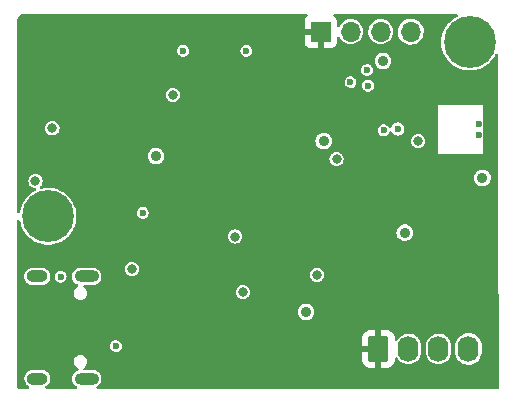
<source format=gbr>
%TF.GenerationSoftware,KiCad,Pcbnew,(6.0.1)*%
%TF.CreationDate,2023-03-02T19:10:53-05:00*%
%TF.ProjectId,PCBFiles_Gateway,50434246-696c-4657-935f-476174657761,rev?*%
%TF.SameCoordinates,Original*%
%TF.FileFunction,Copper,L3,Inr*%
%TF.FilePolarity,Positive*%
%FSLAX46Y46*%
G04 Gerber Fmt 4.6, Leading zero omitted, Abs format (unit mm)*
G04 Created by KiCad (PCBNEW (6.0.1)) date 2023-03-02 19:10:53*
%MOMM*%
%LPD*%
G01*
G04 APERTURE LIST*
G04 Aperture macros list*
%AMRoundRect*
0 Rectangle with rounded corners*
0 $1 Rounding radius*
0 $2 $3 $4 $5 $6 $7 $8 $9 X,Y pos of 4 corners*
0 Add a 4 corners polygon primitive as box body*
4,1,4,$2,$3,$4,$5,$6,$7,$8,$9,$2,$3,0*
0 Add four circle primitives for the rounded corners*
1,1,$1+$1,$2,$3*
1,1,$1+$1,$4,$5*
1,1,$1+$1,$6,$7*
1,1,$1+$1,$8,$9*
0 Add four rect primitives between the rounded corners*
20,1,$1+$1,$2,$3,$4,$5,0*
20,1,$1+$1,$4,$5,$6,$7,0*
20,1,$1+$1,$6,$7,$8,$9,0*
20,1,$1+$1,$8,$9,$2,$3,0*%
G04 Aperture macros list end*
%TA.AperFunction,ComponentPad*%
%ADD10C,4.400000*%
%TD*%
%TA.AperFunction,ComponentPad*%
%ADD11R,1.700000X1.700000*%
%TD*%
%TA.AperFunction,ComponentPad*%
%ADD12O,1.700000X1.700000*%
%TD*%
%TA.AperFunction,ComponentPad*%
%ADD13RoundRect,0.250000X-0.620000X-0.845000X0.620000X-0.845000X0.620000X0.845000X-0.620000X0.845000X0*%
%TD*%
%TA.AperFunction,ComponentPad*%
%ADD14O,1.740000X2.190000*%
%TD*%
%TA.AperFunction,ComponentPad*%
%ADD15O,2.100000X1.000000*%
%TD*%
%TA.AperFunction,ComponentPad*%
%ADD16O,1.800000X1.000000*%
%TD*%
%TA.AperFunction,ViaPad*%
%ADD17C,0.600000*%
%TD*%
%TA.AperFunction,ViaPad*%
%ADD18C,0.800000*%
%TD*%
%TA.AperFunction,ViaPad*%
%ADD19C,0.900000*%
%TD*%
G04 APERTURE END LIST*
D10*
%TO.N,N/C*%
%TO.C,H2*%
X129350000Y-98910000D03*
%TD*%
D11*
%TO.N,GND*%
%TO.C,J4*%
X152440000Y-83270000D03*
D12*
%TO.N,I2C_SDA*%
X154980000Y-83270000D03*
%TO.N,I2C_SCL*%
X157520000Y-83270000D03*
%TO.N,+3V3*%
X160060000Y-83270000D03*
%TD*%
D10*
%TO.N,N/C*%
%TO.C,H1*%
X165050000Y-84160000D03*
%TD*%
D13*
%TO.N,GND*%
%TO.C,J3*%
X157330000Y-110130000D03*
D14*
%TO.N,UART_CONN_RX*%
X159870000Y-110130000D03*
%TO.N,UART_CONN_TX*%
X162410000Y-110130000D03*
%TO.N,+3V3*%
X164950000Y-110130000D03*
%TD*%
D15*
%TO.N,unconnected-(J1-PadS1)*%
%TO.C,J1*%
X132620000Y-112640000D03*
D16*
X128440000Y-104000000D03*
X128440000Y-112640000D03*
D15*
X132620000Y-104000000D03*
%TD*%
D17*
%TO.N,GND*%
X161780000Y-98480000D03*
X167110000Y-106700000D03*
X136920000Y-87210000D03*
X142210000Y-86880000D03*
X167020000Y-86910000D03*
D18*
X146460000Y-112860000D03*
D17*
X160570000Y-91530000D03*
D18*
X143950000Y-112890000D03*
D17*
X160380000Y-98940000D03*
X164820000Y-98540000D03*
X140040000Y-97550000D03*
X167080000Y-103150000D03*
X145240000Y-95520000D03*
X145340000Y-87020000D03*
X167070000Y-97960000D03*
X165850000Y-92040000D03*
D18*
X143200000Y-105190000D03*
D17*
X167050000Y-88100000D03*
D18*
X158720000Y-103420000D03*
D17*
X141250000Y-99790000D03*
D18*
X150420000Y-111840000D03*
X149030000Y-112830000D03*
D17*
X166060000Y-97920000D03*
X167090000Y-100060000D03*
X144050000Y-88690000D03*
X163290000Y-99000000D03*
X134570000Y-111570000D03*
X164930000Y-94740000D03*
X153640000Y-91230000D03*
X167060000Y-91540000D03*
X167050000Y-90450000D03*
X165840000Y-91080000D03*
X136920000Y-89230000D03*
X163820000Y-94740000D03*
X132540000Y-102250000D03*
X143080000Y-90350000D03*
X141670000Y-88680000D03*
X149510000Y-82710000D03*
X167070000Y-101140000D03*
X158590000Y-106600000D03*
D18*
X142530000Y-111880000D03*
D17*
X167080000Y-93830000D03*
X156340000Y-94100000D03*
X136760000Y-92710000D03*
X157750000Y-95190000D03*
X156340000Y-95260000D03*
X143580000Y-97490000D03*
X167150000Y-111520000D03*
D18*
X144570000Y-103910000D03*
D17*
X167080000Y-102110000D03*
X127790000Y-102250000D03*
X164240000Y-101580000D03*
D18*
X154570000Y-100700000D03*
D17*
X137150000Y-101244500D03*
X134630000Y-105070000D03*
X162760000Y-86310000D03*
X167100000Y-109100000D03*
X157710000Y-96370000D03*
X167030000Y-89340000D03*
D18*
X148940000Y-104440000D03*
D17*
X157760000Y-94120000D03*
X139850000Y-101740000D03*
X154700000Y-90170000D03*
X158140000Y-90800000D03*
X167120000Y-110350000D03*
X167090000Y-92710000D03*
X132530000Y-83270000D03*
X167070000Y-107960000D03*
D18*
X137860000Y-106970000D03*
D17*
X167090000Y-104270000D03*
D18*
X164450000Y-105120000D03*
D17*
X130850000Y-96544500D03*
X167070000Y-94940000D03*
X158900000Y-86680000D03*
X141740000Y-95210000D03*
X165630000Y-88090000D03*
X167110000Y-105380000D03*
X144730000Y-99600000D03*
D18*
X154190000Y-112170000D03*
D17*
X167090000Y-98960000D03*
X167140000Y-112720000D03*
X156300000Y-96380000D03*
D19*
%TO.N,+3V3*%
X138490000Y-93820000D03*
X166130000Y-95670000D03*
X151190000Y-107000000D03*
X152690000Y-92530000D03*
X157720000Y-85770000D03*
D17*
X158970000Y-91520000D03*
D19*
X159550000Y-100290000D03*
D17*
%TO.N,Net-(C12-Pad1)*%
X156360000Y-86520000D03*
X146150000Y-84900000D03*
%TO.N,BUTT_1*%
X156450000Y-87850000D03*
X140790000Y-84900000D03*
D18*
%TO.N,Net-(D2-Pad1)*%
X136440000Y-103370000D03*
X128290000Y-95920000D03*
%TO.N,GP_LED*%
X129720000Y-91460000D03*
D17*
X154960000Y-87540000D03*
%TO.N,Net-(J1-PadB5)*%
X135090000Y-109890000D03*
X130410000Y-104020000D03*
D18*
%TO.N,DIO0_RFM9X*%
X160700000Y-92550000D03*
X139920000Y-88630000D03*
D17*
%TO.N,DIO1_RFM9X*%
X137370000Y-98620000D03*
X157760000Y-91620000D03*
D18*
%TO.N,DIO2_RFM9X*%
X153780000Y-94080000D03*
X145200000Y-100620000D03*
%TO.N,+5V*%
X145850000Y-105340000D03*
X152120000Y-103860000D03*
%TD*%
%TA.AperFunction,Conductor*%
%TO.N,GND*%
G36*
X151313414Y-81780002D02*
G01*
X151359907Y-81833658D01*
X151370011Y-81903932D01*
X151340517Y-81968512D01*
X151320858Y-81986827D01*
X151234272Y-82051719D01*
X151221715Y-82064276D01*
X151145214Y-82166351D01*
X151136676Y-82181946D01*
X151091522Y-82302394D01*
X151087895Y-82317649D01*
X151082369Y-82368514D01*
X151082000Y-82375328D01*
X151082000Y-82997885D01*
X151086475Y-83013124D01*
X151087865Y-83014329D01*
X151095548Y-83016000D01*
X152568000Y-83016000D01*
X152636121Y-83036002D01*
X152682614Y-83089658D01*
X152694000Y-83142000D01*
X152694000Y-84609884D01*
X152698475Y-84625123D01*
X152699865Y-84626328D01*
X152707548Y-84627999D01*
X153334669Y-84627999D01*
X153341490Y-84627629D01*
X153392352Y-84622105D01*
X153407604Y-84618479D01*
X153528054Y-84573324D01*
X153543649Y-84564786D01*
X153645724Y-84488285D01*
X153658285Y-84475724D01*
X153734786Y-84373649D01*
X153743324Y-84358054D01*
X153788478Y-84237606D01*
X153792105Y-84222351D01*
X153797631Y-84171486D01*
X153798000Y-84164672D01*
X153798000Y-83789192D01*
X153818002Y-83721071D01*
X153871658Y-83674578D01*
X153941932Y-83664474D01*
X154006512Y-83693968D01*
X154036067Y-83731598D01*
X154085263Y-83827323D01*
X154092712Y-83841818D01*
X154220677Y-84003270D01*
X154225370Y-84007264D01*
X154225371Y-84007265D01*
X154363569Y-84124880D01*
X154377564Y-84136791D01*
X154382942Y-84139797D01*
X154382944Y-84139798D01*
X154426308Y-84164033D01*
X154557398Y-84237297D01*
X154652238Y-84268113D01*
X154747471Y-84299056D01*
X154747475Y-84299057D01*
X154753329Y-84300959D01*
X154957894Y-84325351D01*
X154964029Y-84324879D01*
X154964031Y-84324879D01*
X155020039Y-84320569D01*
X155163300Y-84309546D01*
X155169230Y-84307890D01*
X155169232Y-84307890D01*
X155355797Y-84255800D01*
X155355796Y-84255800D01*
X155361725Y-84254145D01*
X155367214Y-84251372D01*
X155367220Y-84251370D01*
X155540116Y-84164033D01*
X155545610Y-84161258D01*
X155707951Y-84034424D01*
X155842564Y-83878472D01*
X155863387Y-83841818D01*
X155941276Y-83704707D01*
X155944323Y-83699344D01*
X156009351Y-83503863D01*
X156035171Y-83299474D01*
X156035390Y-83283806D01*
X156035534Y-83273522D01*
X156035534Y-83273518D01*
X156035583Y-83270000D01*
X156034138Y-83255262D01*
X156464520Y-83255262D01*
X156465036Y-83261406D01*
X156480747Y-83448496D01*
X156481759Y-83460553D01*
X156483458Y-83466478D01*
X156534412Y-83644175D01*
X156538544Y-83658586D01*
X156541359Y-83664063D01*
X156541360Y-83664066D01*
X156629897Y-83836341D01*
X156632712Y-83841818D01*
X156760677Y-84003270D01*
X156765370Y-84007264D01*
X156765371Y-84007265D01*
X156903569Y-84124880D01*
X156917564Y-84136791D01*
X156922942Y-84139797D01*
X156922944Y-84139798D01*
X156966308Y-84164033D01*
X157097398Y-84237297D01*
X157192238Y-84268113D01*
X157287471Y-84299056D01*
X157287475Y-84299057D01*
X157293329Y-84300959D01*
X157497894Y-84325351D01*
X157504029Y-84324879D01*
X157504031Y-84324879D01*
X157560039Y-84320569D01*
X157703300Y-84309546D01*
X157709230Y-84307890D01*
X157709232Y-84307890D01*
X157895797Y-84255800D01*
X157895796Y-84255800D01*
X157901725Y-84254145D01*
X157907214Y-84251372D01*
X157907220Y-84251370D01*
X158080116Y-84164033D01*
X158085610Y-84161258D01*
X158247951Y-84034424D01*
X158382564Y-83878472D01*
X158403387Y-83841818D01*
X158481276Y-83704707D01*
X158484323Y-83699344D01*
X158549351Y-83503863D01*
X158575171Y-83299474D01*
X158575390Y-83283806D01*
X158575534Y-83273522D01*
X158575534Y-83273518D01*
X158575583Y-83270000D01*
X158572746Y-83241069D01*
X158955164Y-83241069D01*
X158968392Y-83442894D01*
X159018178Y-83638928D01*
X159102856Y-83822607D01*
X159219588Y-83987780D01*
X159364466Y-84128913D01*
X159532637Y-84241282D01*
X159537940Y-84243560D01*
X159537943Y-84243562D01*
X159713163Y-84318842D01*
X159718470Y-84321122D01*
X159915740Y-84365760D01*
X159921509Y-84365987D01*
X159921512Y-84365987D01*
X159997683Y-84368979D01*
X160117842Y-84373700D01*
X160225753Y-84358054D01*
X160312286Y-84345508D01*
X160312291Y-84345507D01*
X160318007Y-84344678D01*
X160323479Y-84342820D01*
X160323481Y-84342820D01*
X160504067Y-84281519D01*
X160504069Y-84281518D01*
X160509531Y-84279664D01*
X160686001Y-84180837D01*
X160697240Y-84171490D01*
X160837073Y-84055191D01*
X160841505Y-84051505D01*
X160970837Y-83896001D01*
X161069664Y-83719531D01*
X161078504Y-83693491D01*
X161132820Y-83533481D01*
X161132820Y-83533479D01*
X161134678Y-83528007D01*
X161135507Y-83522291D01*
X161135508Y-83522286D01*
X161163167Y-83331516D01*
X161163700Y-83327842D01*
X161165215Y-83270000D01*
X161146708Y-83068591D01*
X161091807Y-82873926D01*
X161002351Y-82692527D01*
X160984079Y-82668057D01*
X160884788Y-82535091D01*
X160884787Y-82535090D01*
X160881335Y-82530467D01*
X160872469Y-82522271D01*
X160737053Y-82397094D01*
X160737051Y-82397092D01*
X160732812Y-82393174D01*
X160704528Y-82375328D01*
X160566637Y-82288325D01*
X160561757Y-82285246D01*
X160373898Y-82210298D01*
X160175526Y-82170839D01*
X160169752Y-82170763D01*
X160169748Y-82170763D01*
X160067257Y-82169422D01*
X159973286Y-82168192D01*
X159967589Y-82169171D01*
X159967588Y-82169171D01*
X159779646Y-82201465D01*
X159779645Y-82201465D01*
X159773949Y-82202444D01*
X159584193Y-82272449D01*
X159579232Y-82275401D01*
X159579231Y-82275401D01*
X159422729Y-82368510D01*
X159410371Y-82375862D01*
X159258305Y-82509220D01*
X159133089Y-82668057D01*
X159038914Y-82847053D01*
X158978937Y-83040213D01*
X158955164Y-83241069D01*
X158572746Y-83241069D01*
X158555480Y-83064970D01*
X158495935Y-82867749D01*
X158399218Y-82685849D01*
X158325859Y-82595902D01*
X158272906Y-82530975D01*
X158272903Y-82530972D01*
X158269011Y-82526200D01*
X158251786Y-82511950D01*
X158115025Y-82398811D01*
X158115021Y-82398809D01*
X158110275Y-82394882D01*
X157929055Y-82296897D01*
X157732254Y-82235977D01*
X157726129Y-82235333D01*
X157726128Y-82235333D01*
X157533498Y-82215087D01*
X157533496Y-82215087D01*
X157527369Y-82214443D01*
X157440529Y-82222346D01*
X157328342Y-82232555D01*
X157328339Y-82232556D01*
X157322203Y-82233114D01*
X157124572Y-82291280D01*
X156942002Y-82386726D01*
X156937201Y-82390586D01*
X156937198Y-82390588D01*
X156787703Y-82510785D01*
X156781447Y-82515815D01*
X156649024Y-82673630D01*
X156646056Y-82679028D01*
X156646053Y-82679033D01*
X156607272Y-82749576D01*
X156549776Y-82854162D01*
X156487484Y-83050532D01*
X156486798Y-83056649D01*
X156486797Y-83056653D01*
X156470018Y-83206245D01*
X156464520Y-83255262D01*
X156034138Y-83255262D01*
X156015480Y-83064970D01*
X155955935Y-82867749D01*
X155859218Y-82685849D01*
X155785859Y-82595902D01*
X155732906Y-82530975D01*
X155732903Y-82530972D01*
X155729011Y-82526200D01*
X155711786Y-82511950D01*
X155575025Y-82398811D01*
X155575021Y-82398809D01*
X155570275Y-82394882D01*
X155389055Y-82296897D01*
X155192254Y-82235977D01*
X155186129Y-82235333D01*
X155186128Y-82235333D01*
X154993498Y-82215087D01*
X154993496Y-82215087D01*
X154987369Y-82214443D01*
X154900529Y-82222346D01*
X154788342Y-82232555D01*
X154788339Y-82232556D01*
X154782203Y-82233114D01*
X154584572Y-82291280D01*
X154402002Y-82386726D01*
X154397201Y-82390586D01*
X154397198Y-82390588D01*
X154247703Y-82510785D01*
X154241447Y-82515815D01*
X154109024Y-82673630D01*
X154106054Y-82679033D01*
X154106053Y-82679034D01*
X154034414Y-82809345D01*
X153984068Y-82859404D01*
X153914651Y-82874297D01*
X153848202Y-82849296D01*
X153805818Y-82792339D01*
X153797999Y-82748644D01*
X153797999Y-82375331D01*
X153797629Y-82368510D01*
X153792105Y-82317648D01*
X153788479Y-82302396D01*
X153743324Y-82181946D01*
X153734786Y-82166351D01*
X153658285Y-82064276D01*
X153645728Y-82051719D01*
X153559142Y-81986827D01*
X153516627Y-81929967D01*
X153511601Y-81859149D01*
X153545661Y-81796855D01*
X153607992Y-81762865D01*
X153634707Y-81760000D01*
X163942010Y-81760000D01*
X164010131Y-81780002D01*
X164056624Y-81833658D01*
X164066728Y-81903932D01*
X164037234Y-81968512D01*
X164002711Y-81996414D01*
X163790511Y-82113073D01*
X163761205Y-82129184D01*
X163758003Y-82131510D01*
X163758002Y-82131511D01*
X163522801Y-82302394D01*
X163516838Y-82306726D01*
X163296651Y-82513496D01*
X163172540Y-82663521D01*
X163144258Y-82697708D01*
X163104115Y-82746232D01*
X162942267Y-83001264D01*
X162940583Y-83004843D01*
X162940579Y-83004850D01*
X162817548Y-83266305D01*
X162813659Y-83274570D01*
X162812433Y-83278342D01*
X162812433Y-83278343D01*
X162805567Y-83299474D01*
X162720319Y-83561840D01*
X162663720Y-83858543D01*
X162644754Y-84160000D01*
X162663720Y-84461457D01*
X162720319Y-84758160D01*
X162813659Y-85045430D01*
X162815346Y-85049016D01*
X162815348Y-85049020D01*
X162940579Y-85315150D01*
X162940583Y-85315157D01*
X162942267Y-85318736D01*
X163104115Y-85573768D01*
X163106634Y-85576814D01*
X163106637Y-85576817D01*
X163127206Y-85601680D01*
X163296651Y-85806504D01*
X163516838Y-86013274D01*
X163520040Y-86015601D01*
X163520042Y-86015602D01*
X163758002Y-86188489D01*
X163761205Y-86190816D01*
X163764674Y-86192723D01*
X163764677Y-86192725D01*
X164022427Y-86334425D01*
X164025896Y-86336332D01*
X164029565Y-86337785D01*
X164029570Y-86337787D01*
X164252604Y-86426092D01*
X164306738Y-86447525D01*
X164599302Y-86522642D01*
X164898973Y-86560500D01*
X165201027Y-86560500D01*
X165500698Y-86522642D01*
X165793262Y-86447525D01*
X165847396Y-86426092D01*
X166070430Y-86337787D01*
X166070435Y-86337785D01*
X166074104Y-86336332D01*
X166077573Y-86334425D01*
X166335323Y-86192725D01*
X166335326Y-86192723D01*
X166338795Y-86190816D01*
X166341998Y-86188489D01*
X166579958Y-86015602D01*
X166579960Y-86015601D01*
X166583162Y-86013274D01*
X166803349Y-85806504D01*
X166972794Y-85601680D01*
X166993363Y-85576817D01*
X166993366Y-85576814D01*
X166995885Y-85573768D01*
X167157733Y-85318736D01*
X167159417Y-85315157D01*
X167159421Y-85315150D01*
X167222964Y-85180113D01*
X167270067Y-85126992D01*
X167338411Y-85107769D01*
X167406299Y-85128548D01*
X167452176Y-85182731D01*
X167462972Y-85233631D01*
X167469954Y-91984536D01*
X167469958Y-91988738D01*
X167468406Y-92008581D01*
X167466565Y-92020202D01*
X167466565Y-92020208D01*
X167465014Y-92030000D01*
X167466320Y-92038245D01*
X167466566Y-92041371D01*
X167466566Y-92041972D01*
X167466707Y-92043169D01*
X167482960Y-92249685D01*
X167484116Y-92254500D01*
X167487227Y-92267459D01*
X167490708Y-92296880D01*
X167490648Y-93228461D01*
X167490638Y-93230063D01*
X167490000Y-93280000D01*
X167490000Y-93330000D01*
X167486207Y-94513305D01*
X167480000Y-96449908D01*
X167480000Y-97480000D01*
X167521064Y-113373676D01*
X167501239Y-113441847D01*
X167447703Y-113488478D01*
X167395065Y-113500000D01*
X133559080Y-113500000D01*
X133490959Y-113479998D01*
X133444466Y-113426342D01*
X133434362Y-113356068D01*
X133463856Y-113291488D01*
X133496885Y-113265359D01*
X133496923Y-113265345D01*
X133503184Y-113261042D01*
X133630392Y-113173614D01*
X133630393Y-113173613D01*
X133636651Y-113169312D01*
X133646132Y-113158671D01*
X133744388Y-113048392D01*
X133744390Y-113048388D01*
X133749440Y-113042721D01*
X133756238Y-113029883D01*
X133825224Y-112899589D01*
X133828776Y-112892881D01*
X133870081Y-112728441D01*
X133870969Y-112558895D01*
X133831388Y-112394032D01*
X133753625Y-112243369D01*
X133748313Y-112237279D01*
X133647163Y-112121329D01*
X133642169Y-112115604D01*
X133583649Y-112074475D01*
X133509670Y-112022482D01*
X133509668Y-112022481D01*
X133503453Y-112018113D01*
X133345487Y-111956524D01*
X133337954Y-111955532D01*
X133337953Y-111955532D01*
X133220261Y-111940038D01*
X133220260Y-111940038D01*
X133216174Y-111939500D01*
X132455482Y-111939500D01*
X132387361Y-111919498D01*
X132340868Y-111865842D01*
X132330764Y-111795568D01*
X132360258Y-111730988D01*
X132381077Y-111713798D01*
X132380233Y-111712698D01*
X132493901Y-111625477D01*
X132500451Y-111620451D01*
X132592698Y-111500233D01*
X132650687Y-111360236D01*
X132654566Y-111330776D01*
X132669388Y-111218188D01*
X132670466Y-111210000D01*
X132650687Y-111059764D01*
X132635084Y-111022095D01*
X155952001Y-111022095D01*
X155952338Y-111028614D01*
X155962257Y-111124206D01*
X155965149Y-111137600D01*
X156016588Y-111291784D01*
X156022761Y-111304962D01*
X156108063Y-111442807D01*
X156117099Y-111454208D01*
X156231829Y-111568739D01*
X156243240Y-111577751D01*
X156381243Y-111662816D01*
X156394424Y-111668963D01*
X156548710Y-111720138D01*
X156562086Y-111723005D01*
X156656438Y-111732672D01*
X156662854Y-111733000D01*
X157057885Y-111733000D01*
X157073124Y-111728525D01*
X157074329Y-111727135D01*
X157076000Y-111719452D01*
X157076000Y-111714884D01*
X157584000Y-111714884D01*
X157588475Y-111730123D01*
X157589865Y-111731328D01*
X157597548Y-111732999D01*
X157997095Y-111732999D01*
X158003614Y-111732662D01*
X158099206Y-111722743D01*
X158112600Y-111719851D01*
X158266784Y-111668412D01*
X158279962Y-111662239D01*
X158417807Y-111576937D01*
X158429208Y-111567901D01*
X158543739Y-111453171D01*
X158552751Y-111441760D01*
X158637816Y-111303757D01*
X158643963Y-111290576D01*
X158695138Y-111136290D01*
X158698005Y-111122914D01*
X158707672Y-111028562D01*
X158708000Y-111022146D01*
X158708000Y-110955276D01*
X158728002Y-110887155D01*
X158781658Y-110840662D01*
X158851932Y-110830558D01*
X158916512Y-110860052D01*
X158945251Y-110896123D01*
X158974043Y-110950272D01*
X158979798Y-110957328D01*
X159102834Y-111108186D01*
X159102837Y-111108189D01*
X159106729Y-111112961D01*
X159111476Y-111116888D01*
X159111478Y-111116890D01*
X159263737Y-111242850D01*
X159263741Y-111242852D01*
X159268487Y-111246779D01*
X159453157Y-111346630D01*
X159653705Y-111408710D01*
X159659830Y-111409354D01*
X159659831Y-111409354D01*
X159856362Y-111430010D01*
X159856363Y-111430010D01*
X159862490Y-111430654D01*
X159950001Y-111422690D01*
X160065423Y-111412186D01*
X160065426Y-111412185D01*
X160071562Y-111411627D01*
X160077468Y-111409889D01*
X160077472Y-111409888D01*
X160267048Y-111354092D01*
X160267047Y-111354092D01*
X160272957Y-111352353D01*
X160459003Y-111255091D01*
X160622614Y-111123544D01*
X160757558Y-110962724D01*
X160760522Y-110957332D01*
X160760525Y-110957328D01*
X160855729Y-110784152D01*
X160858696Y-110778755D01*
X160922174Y-110578646D01*
X160923163Y-110569836D01*
X160940107Y-110418764D01*
X160940500Y-110415264D01*
X160940500Y-110407830D01*
X161339500Y-110407830D01*
X161354806Y-110563934D01*
X161415484Y-110764910D01*
X161418377Y-110770351D01*
X161431230Y-110794523D01*
X161514043Y-110950272D01*
X161519798Y-110957328D01*
X161642834Y-111108186D01*
X161642837Y-111108189D01*
X161646729Y-111112961D01*
X161651476Y-111116888D01*
X161651478Y-111116890D01*
X161803737Y-111242850D01*
X161803741Y-111242852D01*
X161808487Y-111246779D01*
X161993157Y-111346630D01*
X162193705Y-111408710D01*
X162199830Y-111409354D01*
X162199831Y-111409354D01*
X162396362Y-111430010D01*
X162396363Y-111430010D01*
X162402490Y-111430654D01*
X162490001Y-111422690D01*
X162605423Y-111412186D01*
X162605426Y-111412185D01*
X162611562Y-111411627D01*
X162617468Y-111409889D01*
X162617472Y-111409888D01*
X162807048Y-111354092D01*
X162807047Y-111354092D01*
X162812957Y-111352353D01*
X162999003Y-111255091D01*
X163162614Y-111123544D01*
X163297558Y-110962724D01*
X163300522Y-110957332D01*
X163300525Y-110957328D01*
X163395729Y-110784152D01*
X163398696Y-110778755D01*
X163462174Y-110578646D01*
X163463163Y-110569836D01*
X163480107Y-110418764D01*
X163480500Y-110415264D01*
X163480500Y-110408423D01*
X163829500Y-110408423D01*
X163844710Y-110567845D01*
X163904899Y-110773011D01*
X163934538Y-110830558D01*
X163999829Y-110957328D01*
X164002798Y-110963093D01*
X164006502Y-110967808D01*
X164131168Y-111126517D01*
X164131172Y-111126522D01*
X164134874Y-111131234D01*
X164139404Y-111135165D01*
X164139405Y-111135166D01*
X164142210Y-111137600D01*
X164296362Y-111271366D01*
X164481436Y-111378433D01*
X164487105Y-111380402D01*
X164487108Y-111380403D01*
X164563377Y-111406888D01*
X164683416Y-111448573D01*
X164689354Y-111449434D01*
X164889075Y-111478392D01*
X164889078Y-111478392D01*
X164895015Y-111479253D01*
X165108598Y-111469368D01*
X165114422Y-111467964D01*
X165114425Y-111467964D01*
X165310633Y-111420677D01*
X165310632Y-111420677D01*
X165316459Y-111419273D01*
X165333276Y-111411627D01*
X165446303Y-111360236D01*
X165511096Y-111330776D01*
X165515979Y-111327313D01*
X165515983Y-111327310D01*
X165680602Y-111210537D01*
X165680603Y-111210536D01*
X165685488Y-111207071D01*
X165833342Y-111052621D01*
X165853020Y-111022146D01*
X165946065Y-110878043D01*
X165949322Y-110872999D01*
X166029245Y-110674687D01*
X166070225Y-110464839D01*
X166070500Y-110459216D01*
X166070500Y-109851577D01*
X166055290Y-109692155D01*
X165995101Y-109486989D01*
X165933018Y-109366448D01*
X165899948Y-109302238D01*
X165899946Y-109302235D01*
X165897202Y-109296907D01*
X165855603Y-109243949D01*
X165768832Y-109133483D01*
X165768828Y-109133478D01*
X165765126Y-109128766D01*
X165759300Y-109123710D01*
X165682718Y-109057256D01*
X165603638Y-108988634D01*
X165418564Y-108881567D01*
X165412895Y-108879598D01*
X165412892Y-108879597D01*
X165270039Y-108829990D01*
X165216584Y-108811427D01*
X165177720Y-108805792D01*
X165010925Y-108781608D01*
X165010922Y-108781608D01*
X165004985Y-108780747D01*
X164791402Y-108790632D01*
X164785578Y-108792036D01*
X164785575Y-108792036D01*
X164681191Y-108817193D01*
X164583541Y-108840727D01*
X164578086Y-108843207D01*
X164578084Y-108843208D01*
X164560309Y-108851290D01*
X164388904Y-108929224D01*
X164384021Y-108932687D01*
X164384017Y-108932690D01*
X164276763Y-109008771D01*
X164214512Y-109052929D01*
X164066658Y-109207379D01*
X164063404Y-109212418D01*
X164063402Y-109212421D01*
X164005128Y-109302672D01*
X163950678Y-109387001D01*
X163870755Y-109585313D01*
X163829775Y-109795161D01*
X163829500Y-109800784D01*
X163829500Y-110408423D01*
X163480500Y-110408423D01*
X163480500Y-109852170D01*
X163465194Y-109696066D01*
X163404516Y-109495090D01*
X163397376Y-109481662D01*
X163308853Y-109315174D01*
X163308851Y-109315172D01*
X163305957Y-109309728D01*
X163242063Y-109231386D01*
X163177166Y-109151814D01*
X163177163Y-109151811D01*
X163173271Y-109147039D01*
X163161240Y-109137086D01*
X163016263Y-109017150D01*
X163016259Y-109017148D01*
X163011513Y-109013221D01*
X162826843Y-108913370D01*
X162626295Y-108851290D01*
X162620170Y-108850646D01*
X162620169Y-108850646D01*
X162423638Y-108829990D01*
X162423637Y-108829990D01*
X162417510Y-108829346D01*
X162329999Y-108837310D01*
X162214577Y-108847814D01*
X162214574Y-108847815D01*
X162208438Y-108848373D01*
X162202532Y-108850111D01*
X162202528Y-108850112D01*
X162102348Y-108879597D01*
X162007043Y-108907647D01*
X161820997Y-109004909D01*
X161657386Y-109136456D01*
X161522442Y-109297276D01*
X161519478Y-109302668D01*
X161519475Y-109302672D01*
X161424271Y-109475848D01*
X161421304Y-109481245D01*
X161357826Y-109681354D01*
X161357140Y-109687471D01*
X161357139Y-109687475D01*
X161351005Y-109742163D01*
X161339500Y-109844736D01*
X161339500Y-110407830D01*
X160940500Y-110407830D01*
X160940500Y-109852170D01*
X160925194Y-109696066D01*
X160864516Y-109495090D01*
X160857376Y-109481662D01*
X160768853Y-109315174D01*
X160768851Y-109315172D01*
X160765957Y-109309728D01*
X160702063Y-109231386D01*
X160637166Y-109151814D01*
X160637163Y-109151811D01*
X160633271Y-109147039D01*
X160621240Y-109137086D01*
X160476263Y-109017150D01*
X160476259Y-109017148D01*
X160471513Y-109013221D01*
X160286843Y-108913370D01*
X160086295Y-108851290D01*
X160080170Y-108850646D01*
X160080169Y-108850646D01*
X159883638Y-108829990D01*
X159883637Y-108829990D01*
X159877510Y-108829346D01*
X159789999Y-108837310D01*
X159674577Y-108847814D01*
X159674574Y-108847815D01*
X159668438Y-108848373D01*
X159662532Y-108850111D01*
X159662528Y-108850112D01*
X159562348Y-108879597D01*
X159467043Y-108907647D01*
X159280997Y-109004909D01*
X159117386Y-109136456D01*
X158982442Y-109297276D01*
X158979476Y-109302672D01*
X158979470Y-109302680D01*
X158944413Y-109366448D01*
X158894068Y-109416507D01*
X158824651Y-109431400D01*
X158758202Y-109406399D01*
X158715818Y-109349442D01*
X158707999Y-109305747D01*
X158707999Y-109237905D01*
X158707662Y-109231386D01*
X158697743Y-109135794D01*
X158694851Y-109122400D01*
X158643412Y-108968216D01*
X158637239Y-108955038D01*
X158551937Y-108817193D01*
X158542901Y-108805792D01*
X158428171Y-108691261D01*
X158416760Y-108682249D01*
X158278757Y-108597184D01*
X158265576Y-108591037D01*
X158111290Y-108539862D01*
X158097914Y-108536995D01*
X158003562Y-108527328D01*
X157997145Y-108527000D01*
X157602115Y-108527000D01*
X157586876Y-108531475D01*
X157585671Y-108532865D01*
X157584000Y-108540548D01*
X157584000Y-111714884D01*
X157076000Y-111714884D01*
X157076000Y-110402115D01*
X157071525Y-110386876D01*
X157070135Y-110385671D01*
X157062452Y-110384000D01*
X155970116Y-110384000D01*
X155954877Y-110388475D01*
X155953672Y-110389865D01*
X155952001Y-110397548D01*
X155952001Y-111022095D01*
X132635084Y-111022095D01*
X132592698Y-110919767D01*
X132500451Y-110799549D01*
X132380233Y-110707302D01*
X132240236Y-110649313D01*
X132127720Y-110634500D01*
X132052280Y-110634500D01*
X131939764Y-110649313D01*
X131799767Y-110707302D01*
X131679549Y-110799549D01*
X131587302Y-110919767D01*
X131529313Y-111059764D01*
X131509534Y-111210000D01*
X131510612Y-111218188D01*
X131525435Y-111330776D01*
X131529313Y-111360236D01*
X131587302Y-111500233D01*
X131679549Y-111620451D01*
X131799767Y-111712698D01*
X131859928Y-111737617D01*
X131915207Y-111782166D01*
X131937628Y-111849529D01*
X131920069Y-111918321D01*
X131868107Y-111966699D01*
X131856245Y-111971892D01*
X131743077Y-112014655D01*
X131603349Y-112110688D01*
X131598297Y-112116358D01*
X131598296Y-112116359D01*
X131495612Y-112231608D01*
X131495610Y-112231612D01*
X131490560Y-112237279D01*
X131487008Y-112243988D01*
X131487007Y-112243989D01*
X131454746Y-112304920D01*
X131411224Y-112387119D01*
X131369919Y-112551559D01*
X131369031Y-112721105D01*
X131408612Y-112885968D01*
X131486375Y-113036631D01*
X131491367Y-113042353D01*
X131491368Y-113042355D01*
X131553808Y-113113931D01*
X131597831Y-113164396D01*
X131736547Y-113261887D01*
X131741246Y-113263719D01*
X131791054Y-113312773D01*
X131806674Y-113382030D01*
X131782371Y-113448737D01*
X131725862Y-113491716D01*
X131680930Y-113500000D01*
X129229080Y-113500000D01*
X129160959Y-113479998D01*
X129114466Y-113426342D01*
X129104362Y-113356068D01*
X129133856Y-113291488D01*
X129166885Y-113265359D01*
X129166923Y-113265345D01*
X129173184Y-113261042D01*
X129300392Y-113173614D01*
X129300393Y-113173613D01*
X129306651Y-113169312D01*
X129316132Y-113158671D01*
X129414388Y-113048392D01*
X129414390Y-113048388D01*
X129419440Y-113042721D01*
X129426238Y-113029883D01*
X129495224Y-112899589D01*
X129498776Y-112892881D01*
X129540081Y-112728441D01*
X129540969Y-112558895D01*
X129501388Y-112394032D01*
X129423625Y-112243369D01*
X129418313Y-112237279D01*
X129317163Y-112121329D01*
X129312169Y-112115604D01*
X129253649Y-112074475D01*
X129179670Y-112022482D01*
X129179668Y-112022481D01*
X129173453Y-112018113D01*
X129015487Y-111956524D01*
X129007954Y-111955532D01*
X129007953Y-111955532D01*
X128890261Y-111940038D01*
X128890260Y-111940038D01*
X128886174Y-111939500D01*
X127997484Y-111939500D01*
X127871680Y-111954724D01*
X127713077Y-112014655D01*
X127573349Y-112110688D01*
X127568297Y-112116358D01*
X127568296Y-112116359D01*
X127465612Y-112231608D01*
X127465610Y-112231612D01*
X127460560Y-112237279D01*
X127457008Y-112243988D01*
X127457007Y-112243989D01*
X127424746Y-112304920D01*
X127381224Y-112387119D01*
X127339919Y-112551559D01*
X127339031Y-112721105D01*
X127378612Y-112885968D01*
X127456375Y-113036631D01*
X127461367Y-113042353D01*
X127461368Y-113042355D01*
X127523808Y-113113931D01*
X127567831Y-113164396D01*
X127706547Y-113261887D01*
X127711246Y-113263719D01*
X127761054Y-113312773D01*
X127776674Y-113382030D01*
X127752371Y-113448737D01*
X127695862Y-113491716D01*
X127650930Y-113500000D01*
X126851035Y-113500000D01*
X126782914Y-113479998D01*
X126736421Y-113426342D01*
X126725035Y-113373992D01*
X126725037Y-113356068D01*
X126725269Y-109883823D01*
X134584391Y-109883823D01*
X134585555Y-109892725D01*
X134585555Y-109892728D01*
X134586814Y-109902354D01*
X134602980Y-110025979D01*
X134660720Y-110157203D01*
X134666497Y-110164076D01*
X134666498Y-110164077D01*
X134673792Y-110172754D01*
X134752970Y-110266948D01*
X134872313Y-110346390D01*
X135009157Y-110389142D01*
X135018129Y-110389306D01*
X135018132Y-110389307D01*
X135083463Y-110390504D01*
X135152499Y-110391770D01*
X135161533Y-110389307D01*
X135282158Y-110356421D01*
X135282160Y-110356420D01*
X135290817Y-110354060D01*
X135412991Y-110279045D01*
X135509200Y-110172754D01*
X135571710Y-110043733D01*
X135595496Y-109902354D01*
X135595647Y-109890000D01*
X135591048Y-109857885D01*
X155952000Y-109857885D01*
X155956475Y-109873124D01*
X155957865Y-109874329D01*
X155965548Y-109876000D01*
X157057885Y-109876000D01*
X157073124Y-109871525D01*
X157074329Y-109870135D01*
X157076000Y-109862452D01*
X157076000Y-108545116D01*
X157071525Y-108529877D01*
X157070135Y-108528672D01*
X157062452Y-108527001D01*
X156662905Y-108527001D01*
X156656386Y-108527338D01*
X156560794Y-108537257D01*
X156547400Y-108540149D01*
X156393216Y-108591588D01*
X156380038Y-108597761D01*
X156242193Y-108683063D01*
X156230792Y-108692099D01*
X156116261Y-108806829D01*
X156107249Y-108818240D01*
X156022184Y-108956243D01*
X156016037Y-108969424D01*
X155964862Y-109123710D01*
X155961995Y-109137086D01*
X155952328Y-109231438D01*
X155952000Y-109237855D01*
X155952000Y-109857885D01*
X135591048Y-109857885D01*
X135583093Y-109802336D01*
X135576596Y-109756968D01*
X135576595Y-109756965D01*
X135575323Y-109748082D01*
X135515984Y-109617572D01*
X135483394Y-109579750D01*
X135428260Y-109515763D01*
X135428257Y-109515760D01*
X135422400Y-109508963D01*
X135302095Y-109430985D01*
X135164739Y-109389907D01*
X135155763Y-109389852D01*
X135155762Y-109389852D01*
X135095555Y-109389484D01*
X135021376Y-109389031D01*
X134883529Y-109428428D01*
X134762280Y-109504930D01*
X134667377Y-109612388D01*
X134606447Y-109742163D01*
X134605066Y-109751035D01*
X134586057Y-109873124D01*
X134584391Y-109883823D01*
X126725269Y-109883823D01*
X126725462Y-106992611D01*
X150484394Y-106992611D01*
X150502999Y-107161135D01*
X150561266Y-107320356D01*
X150565502Y-107326659D01*
X150565502Y-107326660D01*
X150578574Y-107346113D01*
X150655830Y-107461083D01*
X150661442Y-107466190D01*
X150661445Y-107466193D01*
X150775612Y-107570077D01*
X150775616Y-107570080D01*
X150781233Y-107575191D01*
X150787906Y-107578814D01*
X150787910Y-107578817D01*
X150923558Y-107652467D01*
X150923560Y-107652468D01*
X150930235Y-107656092D01*
X150937584Y-107658020D01*
X151086883Y-107697188D01*
X151086885Y-107697188D01*
X151094233Y-107699116D01*
X151180609Y-107700473D01*
X151256161Y-107701660D01*
X151256164Y-107701660D01*
X151263760Y-107701779D01*
X151271165Y-107700083D01*
X151271166Y-107700083D01*
X151331586Y-107686245D01*
X151429029Y-107663928D01*
X151580498Y-107587747D01*
X151709423Y-107477634D01*
X151808361Y-107339947D01*
X151816237Y-107320356D01*
X151868766Y-107189687D01*
X151868767Y-107189685D01*
X151871601Y-107182634D01*
X151895490Y-107014778D01*
X151895645Y-107000000D01*
X151893840Y-106985080D01*
X151876188Y-106839220D01*
X151875276Y-106831680D01*
X151815345Y-106673077D01*
X151719312Y-106533349D01*
X151707514Y-106522837D01*
X151598392Y-106425612D01*
X151598388Y-106425610D01*
X151592721Y-106420560D01*
X151442881Y-106341224D01*
X151278441Y-106299919D01*
X151270843Y-106299879D01*
X151270841Y-106299879D01*
X151193668Y-106299475D01*
X151108895Y-106299031D01*
X151101508Y-106300805D01*
X151101504Y-106300805D01*
X150958162Y-106335220D01*
X150944032Y-106338612D01*
X150937288Y-106342093D01*
X150937285Y-106342094D01*
X150932089Y-106344776D01*
X150793369Y-106416375D01*
X150665604Y-106527831D01*
X150568113Y-106666547D01*
X150506524Y-106824513D01*
X150484394Y-106992611D01*
X126725462Y-106992611D01*
X126725593Y-105026099D01*
X126725656Y-104081105D01*
X127339031Y-104081105D01*
X127340805Y-104088492D01*
X127340805Y-104088496D01*
X127375220Y-104231838D01*
X127378612Y-104245968D01*
X127382093Y-104252712D01*
X127382094Y-104252715D01*
X127407921Y-104302754D01*
X127456375Y-104396631D01*
X127461367Y-104402353D01*
X127461368Y-104402355D01*
X127515671Y-104464604D01*
X127567831Y-104524396D01*
X127574045Y-104528763D01*
X127700330Y-104617518D01*
X127700332Y-104617519D01*
X127706547Y-104621887D01*
X127864513Y-104683476D01*
X127872046Y-104684468D01*
X127872047Y-104684468D01*
X127989739Y-104699962D01*
X127993826Y-104700500D01*
X128882516Y-104700500D01*
X129008320Y-104685276D01*
X129166923Y-104625345D01*
X129306651Y-104529312D01*
X129316132Y-104518671D01*
X129414388Y-104408392D01*
X129414390Y-104408388D01*
X129419440Y-104402721D01*
X129426138Y-104390072D01*
X129476964Y-104294077D01*
X129498776Y-104252881D01*
X129540081Y-104088441D01*
X129540417Y-104024391D01*
X129540472Y-104013823D01*
X129904391Y-104013823D01*
X129905555Y-104022725D01*
X129905555Y-104022728D01*
X129906814Y-104032354D01*
X129922980Y-104155979D01*
X129926597Y-104164199D01*
X129968570Y-104259589D01*
X129980720Y-104287203D01*
X129986497Y-104294076D01*
X129986498Y-104294077D01*
X129993792Y-104302754D01*
X130072970Y-104396948D01*
X130192313Y-104476390D01*
X130329157Y-104519142D01*
X130338129Y-104519306D01*
X130338132Y-104519307D01*
X130403463Y-104520504D01*
X130472499Y-104521770D01*
X130481533Y-104519307D01*
X130602158Y-104486421D01*
X130602160Y-104486420D01*
X130610817Y-104484060D01*
X130732991Y-104409045D01*
X130739047Y-104402355D01*
X130823178Y-104309407D01*
X130829200Y-104302754D01*
X130891710Y-104173733D01*
X130907294Y-104081105D01*
X131369031Y-104081105D01*
X131370805Y-104088492D01*
X131370805Y-104088496D01*
X131405220Y-104231838D01*
X131408612Y-104245968D01*
X131412093Y-104252712D01*
X131412094Y-104252715D01*
X131437921Y-104302754D01*
X131486375Y-104396631D01*
X131491367Y-104402353D01*
X131491368Y-104402355D01*
X131545671Y-104464604D01*
X131597831Y-104524396D01*
X131604045Y-104528763D01*
X131730330Y-104617518D01*
X131730332Y-104617519D01*
X131736547Y-104621887D01*
X131743623Y-104624646D01*
X131743627Y-104624648D01*
X131856912Y-104668816D01*
X131913114Y-104712197D01*
X131936940Y-104779076D01*
X131920826Y-104848220D01*
X131869889Y-104897676D01*
X131859367Y-104902615D01*
X131799767Y-104927302D01*
X131679549Y-105019549D01*
X131587302Y-105139767D01*
X131529313Y-105279764D01*
X131509534Y-105430000D01*
X131529313Y-105580236D01*
X131587302Y-105720233D01*
X131679549Y-105840451D01*
X131799767Y-105932698D01*
X131939764Y-105990687D01*
X132052280Y-106005500D01*
X132127720Y-106005500D01*
X132240236Y-105990687D01*
X132380233Y-105932698D01*
X132500451Y-105840451D01*
X132592698Y-105720233D01*
X132650687Y-105580236D01*
X132670466Y-105430000D01*
X132658617Y-105340000D01*
X145244318Y-105340000D01*
X145264956Y-105496762D01*
X145325464Y-105642841D01*
X145421718Y-105768282D01*
X145547159Y-105864536D01*
X145693238Y-105925044D01*
X145850000Y-105945682D01*
X145858188Y-105944604D01*
X145998574Y-105926122D01*
X146006762Y-105925044D01*
X146152841Y-105864536D01*
X146278282Y-105768282D01*
X146374536Y-105642841D01*
X146435044Y-105496762D01*
X146455682Y-105340000D01*
X146435044Y-105183238D01*
X146374536Y-105037159D01*
X146278282Y-104911718D01*
X146152841Y-104815464D01*
X146006762Y-104754956D01*
X145958590Y-104748614D01*
X145858188Y-104735396D01*
X145850000Y-104734318D01*
X145841812Y-104735396D01*
X145741411Y-104748614D01*
X145693238Y-104754956D01*
X145547159Y-104815464D01*
X145421718Y-104911718D01*
X145325464Y-105037159D01*
X145264956Y-105183238D01*
X145244318Y-105340000D01*
X132658617Y-105340000D01*
X132650687Y-105279764D01*
X132592698Y-105139767D01*
X132500451Y-105019549D01*
X132380233Y-104927302D01*
X132382159Y-104924792D01*
X132343490Y-104884239D01*
X132330052Y-104814526D01*
X132356438Y-104748614D01*
X132414269Y-104707431D01*
X132455482Y-104700500D01*
X133212516Y-104700500D01*
X133338320Y-104685276D01*
X133496923Y-104625345D01*
X133636651Y-104529312D01*
X133646132Y-104518671D01*
X133744388Y-104408392D01*
X133744390Y-104408388D01*
X133749440Y-104402721D01*
X133756138Y-104390072D01*
X133806964Y-104294077D01*
X133828776Y-104252881D01*
X133870081Y-104088441D01*
X133870417Y-104024391D01*
X133870929Y-103926495D01*
X133870969Y-103918895D01*
X133865880Y-103897696D01*
X133833161Y-103761417D01*
X133831388Y-103754032D01*
X133824543Y-103740769D01*
X133757108Y-103610117D01*
X133757108Y-103610116D01*
X133753625Y-103603369D01*
X133748313Y-103597279D01*
X133647163Y-103481329D01*
X133642169Y-103475604D01*
X133572578Y-103426695D01*
X133509670Y-103382482D01*
X133509668Y-103382481D01*
X133503453Y-103378113D01*
X133482644Y-103370000D01*
X135834318Y-103370000D01*
X135854956Y-103526762D01*
X135915464Y-103672841D01*
X136011718Y-103798282D01*
X136137159Y-103894536D01*
X136283238Y-103955044D01*
X136440000Y-103975682D01*
X136448188Y-103974604D01*
X136588574Y-103956122D01*
X136596762Y-103955044D01*
X136742841Y-103894536D01*
X136787849Y-103860000D01*
X151514318Y-103860000D01*
X151534956Y-104016762D01*
X151595464Y-104162841D01*
X151691718Y-104288282D01*
X151817159Y-104384536D01*
X151963238Y-104445044D01*
X152120000Y-104465682D01*
X152128188Y-104464604D01*
X152268574Y-104446122D01*
X152276762Y-104445044D01*
X152422841Y-104384536D01*
X152548282Y-104288282D01*
X152644536Y-104162841D01*
X152705044Y-104016762D01*
X152725682Y-103860000D01*
X152705044Y-103703238D01*
X152644536Y-103557159D01*
X152548282Y-103431718D01*
X152422841Y-103335464D01*
X152276762Y-103274956D01*
X152120000Y-103254318D01*
X151963238Y-103274956D01*
X151817159Y-103335464D01*
X151691718Y-103431718D01*
X151595464Y-103557159D01*
X151534956Y-103703238D01*
X151514318Y-103860000D01*
X136787849Y-103860000D01*
X136868282Y-103798282D01*
X136964536Y-103672841D01*
X137025044Y-103526762D01*
X137045682Y-103370000D01*
X137025044Y-103213238D01*
X136964536Y-103067159D01*
X136868282Y-102941718D01*
X136742841Y-102845464D01*
X136596762Y-102784956D01*
X136440000Y-102764318D01*
X136283238Y-102784956D01*
X136137159Y-102845464D01*
X136011718Y-102941718D01*
X135915464Y-103067159D01*
X135854956Y-103213238D01*
X135834318Y-103370000D01*
X133482644Y-103370000D01*
X133345487Y-103316524D01*
X133337954Y-103315532D01*
X133337953Y-103315532D01*
X133220261Y-103300038D01*
X133220260Y-103300038D01*
X133216174Y-103299500D01*
X132027484Y-103299500D01*
X131901680Y-103314724D01*
X131743077Y-103374655D01*
X131603349Y-103470688D01*
X131598297Y-103476358D01*
X131598296Y-103476359D01*
X131495612Y-103591608D01*
X131495610Y-103591612D01*
X131490560Y-103597279D01*
X131487008Y-103603988D01*
X131487007Y-103603989D01*
X131467062Y-103641659D01*
X131411224Y-103747119D01*
X131369919Y-103911559D01*
X131369879Y-103919157D01*
X131369879Y-103919159D01*
X131369589Y-103974604D01*
X131369031Y-104081105D01*
X130907294Y-104081105D01*
X130915496Y-104032354D01*
X130915647Y-104020000D01*
X130901168Y-103918895D01*
X130896596Y-103886968D01*
X130896595Y-103886965D01*
X130895323Y-103878082D01*
X130890825Y-103868188D01*
X130856064Y-103791736D01*
X130835984Y-103747572D01*
X130817598Y-103726234D01*
X130748260Y-103645763D01*
X130748257Y-103645760D01*
X130742400Y-103638963D01*
X130622095Y-103560985D01*
X130484739Y-103519907D01*
X130475763Y-103519852D01*
X130475762Y-103519852D01*
X130415555Y-103519484D01*
X130341376Y-103519031D01*
X130203529Y-103558428D01*
X130082280Y-103634930D01*
X129987377Y-103742388D01*
X129926447Y-103872163D01*
X129904391Y-104013823D01*
X129540472Y-104013823D01*
X129540929Y-103926495D01*
X129540969Y-103918895D01*
X129535880Y-103897696D01*
X129503161Y-103761417D01*
X129501388Y-103754032D01*
X129494543Y-103740769D01*
X129427108Y-103610117D01*
X129427108Y-103610116D01*
X129423625Y-103603369D01*
X129418313Y-103597279D01*
X129317163Y-103481329D01*
X129312169Y-103475604D01*
X129242578Y-103426695D01*
X129179670Y-103382482D01*
X129179668Y-103382481D01*
X129173453Y-103378113D01*
X129015487Y-103316524D01*
X129007954Y-103315532D01*
X129007953Y-103315532D01*
X128890261Y-103300038D01*
X128890260Y-103300038D01*
X128886174Y-103299500D01*
X127997484Y-103299500D01*
X127871680Y-103314724D01*
X127713077Y-103374655D01*
X127573349Y-103470688D01*
X127568297Y-103476358D01*
X127568296Y-103476359D01*
X127465612Y-103591608D01*
X127465610Y-103591612D01*
X127460560Y-103597279D01*
X127457008Y-103603988D01*
X127457007Y-103603989D01*
X127437062Y-103641659D01*
X127381224Y-103747119D01*
X127339919Y-103911559D01*
X127339879Y-103919157D01*
X127339879Y-103919159D01*
X127339589Y-103974604D01*
X127339031Y-104081105D01*
X126725656Y-104081105D01*
X126725976Y-99298089D01*
X126745983Y-99229969D01*
X126799641Y-99183480D01*
X126869916Y-99173381D01*
X126934495Y-99202878D01*
X126972874Y-99262607D01*
X126975742Y-99274479D01*
X127020319Y-99508160D01*
X127021546Y-99511936D01*
X127086346Y-99711368D01*
X127113659Y-99795430D01*
X127115346Y-99799016D01*
X127115348Y-99799020D01*
X127240579Y-100065150D01*
X127240583Y-100065157D01*
X127242267Y-100068736D01*
X127404115Y-100323768D01*
X127596651Y-100556504D01*
X127816838Y-100763274D01*
X127820040Y-100765601D01*
X127820042Y-100765602D01*
X128036464Y-100922841D01*
X128061205Y-100940816D01*
X128064674Y-100942723D01*
X128064677Y-100942725D01*
X128265820Y-101053305D01*
X128325896Y-101086332D01*
X128329565Y-101087785D01*
X128329570Y-101087787D01*
X128480884Y-101147696D01*
X128606738Y-101197525D01*
X128899302Y-101272642D01*
X129198973Y-101310500D01*
X129501027Y-101310500D01*
X129800698Y-101272642D01*
X130093262Y-101197525D01*
X130219116Y-101147696D01*
X130370430Y-101087787D01*
X130370435Y-101087785D01*
X130374104Y-101086332D01*
X130434180Y-101053305D01*
X130635323Y-100942725D01*
X130635326Y-100942723D01*
X130638795Y-100940816D01*
X130663536Y-100922841D01*
X130879958Y-100765602D01*
X130879960Y-100765601D01*
X130883162Y-100763274D01*
X131035733Y-100620000D01*
X144594318Y-100620000D01*
X144614956Y-100776762D01*
X144675464Y-100922841D01*
X144771718Y-101048282D01*
X144897159Y-101144536D01*
X145043238Y-101205044D01*
X145200000Y-101225682D01*
X145208188Y-101224604D01*
X145348574Y-101206122D01*
X145356762Y-101205044D01*
X145502841Y-101144536D01*
X145628282Y-101048282D01*
X145724536Y-100922841D01*
X145785044Y-100776762D01*
X145805682Y-100620000D01*
X145785044Y-100463238D01*
X145724536Y-100317159D01*
X145698026Y-100282611D01*
X158844394Y-100282611D01*
X158862999Y-100451135D01*
X158921266Y-100610356D01*
X158925502Y-100616659D01*
X158925502Y-100616660D01*
X158938574Y-100636113D01*
X159015830Y-100751083D01*
X159021442Y-100756190D01*
X159021445Y-100756193D01*
X159135612Y-100860077D01*
X159135616Y-100860080D01*
X159141233Y-100865191D01*
X159147906Y-100868814D01*
X159147910Y-100868817D01*
X159283558Y-100942467D01*
X159283560Y-100942468D01*
X159290235Y-100946092D01*
X159297584Y-100948020D01*
X159446883Y-100987188D01*
X159446885Y-100987188D01*
X159454233Y-100989116D01*
X159540609Y-100990473D01*
X159616161Y-100991660D01*
X159616164Y-100991660D01*
X159623760Y-100991779D01*
X159631165Y-100990083D01*
X159631166Y-100990083D01*
X159691586Y-100976245D01*
X159789029Y-100953928D01*
X159940498Y-100877747D01*
X160069423Y-100767634D01*
X160168361Y-100629947D01*
X160176237Y-100610356D01*
X160228766Y-100479687D01*
X160228767Y-100479685D01*
X160231601Y-100472634D01*
X160238877Y-100421511D01*
X160254909Y-100308862D01*
X160254909Y-100308859D01*
X160255490Y-100304778D01*
X160255645Y-100290000D01*
X160253840Y-100275080D01*
X160244544Y-100198264D01*
X160235276Y-100121680D01*
X160175345Y-99963077D01*
X160079312Y-99823349D01*
X160043742Y-99791657D01*
X159958392Y-99715612D01*
X159958388Y-99715610D01*
X159952721Y-99710560D01*
X159802881Y-99631224D01*
X159638441Y-99589919D01*
X159630843Y-99589879D01*
X159630841Y-99589879D01*
X159553668Y-99589475D01*
X159468895Y-99589031D01*
X159461508Y-99590805D01*
X159461504Y-99590805D01*
X159318162Y-99625220D01*
X159304032Y-99628612D01*
X159297288Y-99632093D01*
X159297285Y-99632094D01*
X159292089Y-99634776D01*
X159153369Y-99706375D01*
X159025604Y-99817831D01*
X158928113Y-99956547D01*
X158866524Y-100114513D01*
X158844394Y-100282611D01*
X145698026Y-100282611D01*
X145628282Y-100191718D01*
X145502841Y-100095464D01*
X145356762Y-100034956D01*
X145200000Y-100014318D01*
X145043238Y-100034956D01*
X144897159Y-100095464D01*
X144771718Y-100191718D01*
X144675464Y-100317159D01*
X144614956Y-100463238D01*
X144594318Y-100620000D01*
X131035733Y-100620000D01*
X131103349Y-100556504D01*
X131295885Y-100323768D01*
X131457733Y-100068736D01*
X131459417Y-100065157D01*
X131459421Y-100065150D01*
X131584652Y-99799020D01*
X131584654Y-99799016D01*
X131586341Y-99795430D01*
X131613655Y-99711368D01*
X131678454Y-99511936D01*
X131679681Y-99508160D01*
X131736280Y-99211457D01*
X131755246Y-98910000D01*
X131736612Y-98613823D01*
X136864391Y-98613823D01*
X136865555Y-98622725D01*
X136865555Y-98622728D01*
X136866814Y-98632354D01*
X136882980Y-98755979D01*
X136940720Y-98887203D01*
X136946497Y-98894076D01*
X136946498Y-98894077D01*
X136953792Y-98902754D01*
X137032970Y-98996948D01*
X137152313Y-99076390D01*
X137289157Y-99119142D01*
X137298129Y-99119306D01*
X137298132Y-99119307D01*
X137363463Y-99120504D01*
X137432499Y-99121770D01*
X137441533Y-99119307D01*
X137562158Y-99086421D01*
X137562160Y-99086420D01*
X137570817Y-99084060D01*
X137692991Y-99009045D01*
X137789200Y-98902754D01*
X137851710Y-98773733D01*
X137875496Y-98632354D01*
X137875647Y-98620000D01*
X137863309Y-98533847D01*
X137856596Y-98486968D01*
X137856595Y-98486965D01*
X137855323Y-98478082D01*
X137795984Y-98347572D01*
X137761942Y-98308064D01*
X137708260Y-98245763D01*
X137708257Y-98245760D01*
X137702400Y-98238963D01*
X137582095Y-98160985D01*
X137444739Y-98119907D01*
X137435763Y-98119852D01*
X137435762Y-98119852D01*
X137375555Y-98119484D01*
X137301376Y-98119031D01*
X137163529Y-98158428D01*
X137042280Y-98234930D01*
X136947377Y-98342388D01*
X136886447Y-98472163D01*
X136885066Y-98481035D01*
X136866589Y-98599708D01*
X136864391Y-98613823D01*
X131736612Y-98613823D01*
X131736280Y-98608543D01*
X131679681Y-98311840D01*
X131586341Y-98024570D01*
X131584652Y-98020980D01*
X131459421Y-97754850D01*
X131459417Y-97754843D01*
X131457733Y-97751264D01*
X131295885Y-97496232D01*
X131103349Y-97263496D01*
X130883162Y-97056726D01*
X130638795Y-96879184D01*
X130374104Y-96733668D01*
X130370435Y-96732215D01*
X130370430Y-96732213D01*
X130096932Y-96623928D01*
X130096931Y-96623928D01*
X130093262Y-96622475D01*
X129800698Y-96547358D01*
X129501027Y-96509500D01*
X129198973Y-96509500D01*
X128899302Y-96547358D01*
X128895473Y-96548341D01*
X128895463Y-96548343D01*
X128831959Y-96564648D01*
X128761004Y-96562214D01*
X128702629Y-96521806D01*
X128675366Y-96456253D01*
X128687873Y-96386366D01*
X128711530Y-96353511D01*
X128711736Y-96353305D01*
X128718282Y-96348282D01*
X128738091Y-96322467D01*
X128746059Y-96312082D01*
X128814536Y-96222841D01*
X128875044Y-96076762D01*
X128895682Y-95920000D01*
X128875044Y-95763238D01*
X128833363Y-95662611D01*
X165424394Y-95662611D01*
X165442999Y-95831135D01*
X165501266Y-95990356D01*
X165505502Y-95996659D01*
X165505502Y-95996660D01*
X165518574Y-96016113D01*
X165595830Y-96131083D01*
X165601442Y-96136190D01*
X165601445Y-96136193D01*
X165715612Y-96240077D01*
X165715616Y-96240080D01*
X165721233Y-96245191D01*
X165727906Y-96248814D01*
X165727910Y-96248817D01*
X165863558Y-96322467D01*
X165863560Y-96322468D01*
X165870235Y-96326092D01*
X165877584Y-96328020D01*
X166026883Y-96367188D01*
X166026885Y-96367188D01*
X166034233Y-96369116D01*
X166120609Y-96370473D01*
X166196161Y-96371660D01*
X166196164Y-96371660D01*
X166203760Y-96371779D01*
X166211165Y-96370083D01*
X166211166Y-96370083D01*
X166306355Y-96348282D01*
X166369029Y-96333928D01*
X166520498Y-96257747D01*
X166649423Y-96147634D01*
X166748361Y-96009947D01*
X166756237Y-95990356D01*
X166808766Y-95859687D01*
X166808767Y-95859685D01*
X166811601Y-95852634D01*
X166824324Y-95763238D01*
X166834909Y-95688862D01*
X166834909Y-95688859D01*
X166835490Y-95684778D01*
X166835645Y-95670000D01*
X166833840Y-95655080D01*
X166830174Y-95624789D01*
X166815276Y-95501680D01*
X166755345Y-95343077D01*
X166659312Y-95203349D01*
X166647514Y-95192837D01*
X166538392Y-95095612D01*
X166538388Y-95095610D01*
X166532721Y-95090560D01*
X166382881Y-95011224D01*
X166218441Y-94969919D01*
X166210843Y-94969879D01*
X166210841Y-94969879D01*
X166133668Y-94969475D01*
X166048895Y-94969031D01*
X166041508Y-94970805D01*
X166041504Y-94970805D01*
X165898162Y-95005220D01*
X165884032Y-95008612D01*
X165877288Y-95012093D01*
X165877285Y-95012094D01*
X165872089Y-95014776D01*
X165733369Y-95086375D01*
X165605604Y-95197831D01*
X165601237Y-95204045D01*
X165523736Y-95314318D01*
X165508113Y-95336547D01*
X165446524Y-95494513D01*
X165445532Y-95502046D01*
X165445532Y-95502047D01*
X165430378Y-95617159D01*
X165424394Y-95662611D01*
X128833363Y-95662611D01*
X128814536Y-95617159D01*
X128718282Y-95491718D01*
X128592841Y-95395464D01*
X128446762Y-95334956D01*
X128290000Y-95314318D01*
X128133238Y-95334956D01*
X127987159Y-95395464D01*
X127861718Y-95491718D01*
X127765464Y-95617159D01*
X127704956Y-95763238D01*
X127684318Y-95920000D01*
X127704956Y-96076762D01*
X127765464Y-96222841D01*
X127833941Y-96312082D01*
X127841910Y-96322467D01*
X127861718Y-96348282D01*
X127868264Y-96353305D01*
X127886357Y-96367188D01*
X127987159Y-96444536D01*
X128133238Y-96505044D01*
X128141426Y-96506122D01*
X128243119Y-96519510D01*
X128308046Y-96548232D01*
X128347138Y-96607497D01*
X128347983Y-96678489D01*
X128310313Y-96738668D01*
X128287382Y-96754841D01*
X128061205Y-96879184D01*
X127816838Y-97056726D01*
X127596651Y-97263496D01*
X127404115Y-97496232D01*
X127242267Y-97751264D01*
X127240583Y-97754843D01*
X127240579Y-97754850D01*
X127115348Y-98020980D01*
X127113659Y-98024570D01*
X127020319Y-98311840D01*
X126975795Y-98545243D01*
X126943384Y-98608407D01*
X126881967Y-98644022D01*
X126811045Y-98640779D01*
X126753134Y-98599708D01*
X126726622Y-98533847D01*
X126726028Y-98521623D01*
X126726342Y-93812611D01*
X137784394Y-93812611D01*
X137802999Y-93981135D01*
X137861266Y-94140356D01*
X137865502Y-94146659D01*
X137865502Y-94146660D01*
X137878574Y-94166113D01*
X137955830Y-94281083D01*
X137961442Y-94286190D01*
X137961445Y-94286193D01*
X138075612Y-94390077D01*
X138075616Y-94390080D01*
X138081233Y-94395191D01*
X138087906Y-94398814D01*
X138087910Y-94398817D01*
X138223558Y-94472467D01*
X138223560Y-94472468D01*
X138230235Y-94476092D01*
X138237584Y-94478020D01*
X138386883Y-94517188D01*
X138386885Y-94517188D01*
X138394233Y-94519116D01*
X138480609Y-94520473D01*
X138556161Y-94521660D01*
X138556164Y-94521660D01*
X138563760Y-94521779D01*
X138571165Y-94520083D01*
X138571166Y-94520083D01*
X138651274Y-94501736D01*
X138729029Y-94483928D01*
X138880498Y-94407747D01*
X139009423Y-94297634D01*
X139108361Y-94159947D01*
X139116237Y-94140356D01*
X139140500Y-94080000D01*
X153174318Y-94080000D01*
X153194956Y-94236762D01*
X153255464Y-94382841D01*
X153351718Y-94508282D01*
X153358264Y-94513305D01*
X153365837Y-94519116D01*
X153477159Y-94604536D01*
X153623238Y-94665044D01*
X153780000Y-94685682D01*
X153788188Y-94684604D01*
X153928574Y-94666122D01*
X153936762Y-94665044D01*
X154082841Y-94604536D01*
X154194163Y-94519116D01*
X154201736Y-94513305D01*
X154208282Y-94508282D01*
X154304536Y-94382841D01*
X154365044Y-94236762D01*
X154385682Y-94080000D01*
X154365044Y-93923238D01*
X154304536Y-93777159D01*
X154236059Y-93687918D01*
X154213305Y-93658264D01*
X154208282Y-93651718D01*
X154127849Y-93590000D01*
X162350000Y-93590000D01*
X166160000Y-93590000D01*
X166160000Y-89450000D01*
X164173204Y-89465644D01*
X162368118Y-89479857D01*
X162368117Y-89479857D01*
X162350000Y-89480000D01*
X162350000Y-93590000D01*
X154127849Y-93590000D01*
X154082841Y-93555464D01*
X153936762Y-93494956D01*
X153780000Y-93474318D01*
X153623238Y-93494956D01*
X153477159Y-93555464D01*
X153351718Y-93651718D01*
X153346695Y-93658264D01*
X153323941Y-93687918D01*
X153255464Y-93777159D01*
X153194956Y-93923238D01*
X153174318Y-94080000D01*
X139140500Y-94080000D01*
X139168766Y-94009687D01*
X139168767Y-94009685D01*
X139171601Y-94002634D01*
X139195490Y-93834778D01*
X139195645Y-93820000D01*
X139193840Y-93805080D01*
X139176188Y-93659220D01*
X139175276Y-93651680D01*
X139115345Y-93493077D01*
X139019312Y-93353349D01*
X138993106Y-93330000D01*
X138898392Y-93245612D01*
X138898388Y-93245610D01*
X138892721Y-93240560D01*
X138872934Y-93230083D01*
X138825080Y-93204746D01*
X138742881Y-93161224D01*
X138578441Y-93119919D01*
X138570843Y-93119879D01*
X138570841Y-93119879D01*
X138493668Y-93119475D01*
X138408895Y-93119031D01*
X138401508Y-93120805D01*
X138401504Y-93120805D01*
X138260726Y-93154604D01*
X138244032Y-93158612D01*
X138237288Y-93162093D01*
X138237285Y-93162094D01*
X138100117Y-93232892D01*
X138093369Y-93236375D01*
X137965604Y-93347831D01*
X137957327Y-93359608D01*
X137876708Y-93474318D01*
X137868113Y-93486547D01*
X137806524Y-93644513D01*
X137805532Y-93652046D01*
X137805532Y-93652047D01*
X137788057Y-93784789D01*
X137784394Y-93812611D01*
X126726342Y-93812611D01*
X126726428Y-92522611D01*
X151984394Y-92522611D01*
X152002999Y-92691135D01*
X152061266Y-92850356D01*
X152065502Y-92856659D01*
X152065502Y-92856660D01*
X152078574Y-92876113D01*
X152155830Y-92991083D01*
X152161442Y-92996190D01*
X152161445Y-92996193D01*
X152275612Y-93100077D01*
X152275616Y-93100080D01*
X152281233Y-93105191D01*
X152287906Y-93108814D01*
X152287910Y-93108817D01*
X152423558Y-93182467D01*
X152423560Y-93182468D01*
X152430235Y-93186092D01*
X152437584Y-93188020D01*
X152586883Y-93227188D01*
X152586885Y-93227188D01*
X152594233Y-93229116D01*
X152680609Y-93230473D01*
X152756161Y-93231660D01*
X152756164Y-93231660D01*
X152763760Y-93231779D01*
X152771165Y-93230083D01*
X152771166Y-93230083D01*
X152831586Y-93216245D01*
X152929029Y-93193928D01*
X153080498Y-93117747D01*
X153209423Y-93007634D01*
X153308361Y-92869947D01*
X153318305Y-92845211D01*
X153368766Y-92719687D01*
X153368767Y-92719685D01*
X153371601Y-92712634D01*
X153394747Y-92550000D01*
X160094318Y-92550000D01*
X160114956Y-92706762D01*
X160175464Y-92852841D01*
X160271718Y-92978282D01*
X160397159Y-93074536D01*
X160543238Y-93135044D01*
X160700000Y-93155682D01*
X160708188Y-93154604D01*
X160848574Y-93136122D01*
X160856762Y-93135044D01*
X161002841Y-93074536D01*
X161128282Y-92978282D01*
X161224536Y-92852841D01*
X161285044Y-92706762D01*
X161305682Y-92550000D01*
X161285044Y-92393238D01*
X161224536Y-92247159D01*
X161128282Y-92121718D01*
X161002841Y-92025464D01*
X160856762Y-91964956D01*
X160700000Y-91944318D01*
X160543238Y-91964956D01*
X160397159Y-92025464D01*
X160271718Y-92121718D01*
X160175464Y-92247159D01*
X160114956Y-92393238D01*
X160094318Y-92550000D01*
X153394747Y-92550000D01*
X153395490Y-92544778D01*
X153395645Y-92530000D01*
X153393840Y-92515080D01*
X153387653Y-92463961D01*
X153375276Y-92361680D01*
X153315345Y-92203077D01*
X153259428Y-92121718D01*
X153223614Y-92069608D01*
X153223613Y-92069607D01*
X153219312Y-92063349D01*
X153211434Y-92056330D01*
X153098392Y-91955612D01*
X153098388Y-91955610D01*
X153092721Y-91950560D01*
X152942881Y-91871224D01*
X152778441Y-91829919D01*
X152770843Y-91829879D01*
X152770841Y-91829879D01*
X152693668Y-91829475D01*
X152608895Y-91829031D01*
X152601508Y-91830805D01*
X152601504Y-91830805D01*
X152458162Y-91865220D01*
X152444032Y-91868612D01*
X152437288Y-91872093D01*
X152437285Y-91872094D01*
X152364993Y-91909407D01*
X152293369Y-91946375D01*
X152287647Y-91951367D01*
X152287645Y-91951368D01*
X152229156Y-92002391D01*
X152165604Y-92057831D01*
X152147170Y-92084060D01*
X152091330Y-92163513D01*
X152068113Y-92196547D01*
X152006524Y-92354513D01*
X152005532Y-92362046D01*
X152005532Y-92362047D01*
X151999997Y-92404094D01*
X151984394Y-92522611D01*
X126726428Y-92522611D01*
X126726499Y-91460000D01*
X129114318Y-91460000D01*
X129134956Y-91616762D01*
X129195464Y-91762841D01*
X129248355Y-91831770D01*
X129281355Y-91874776D01*
X129291718Y-91888282D01*
X129417159Y-91984536D01*
X129563238Y-92045044D01*
X129571426Y-92046122D01*
X129622432Y-92052837D01*
X129720000Y-92065682D01*
X129728188Y-92064604D01*
X129776103Y-92058296D01*
X129817568Y-92052837D01*
X129868574Y-92046122D01*
X129876762Y-92045044D01*
X130022841Y-91984536D01*
X130148282Y-91888282D01*
X130158646Y-91874776D01*
X130191645Y-91831770D01*
X130244536Y-91762841D01*
X130305044Y-91616762D01*
X130305431Y-91613823D01*
X157254391Y-91613823D01*
X157255555Y-91622725D01*
X157255555Y-91622728D01*
X157256814Y-91632354D01*
X157272980Y-91755979D01*
X157330720Y-91887203D01*
X157336497Y-91894076D01*
X157336498Y-91894077D01*
X157395172Y-91963878D01*
X157422970Y-91996948D01*
X157465809Y-92025464D01*
X157532125Y-92069608D01*
X157542313Y-92076390D01*
X157679157Y-92119142D01*
X157688129Y-92119306D01*
X157688132Y-92119307D01*
X157753463Y-92120504D01*
X157822499Y-92121770D01*
X157831533Y-92119307D01*
X157952158Y-92086421D01*
X157952160Y-92086420D01*
X157960817Y-92084060D01*
X158082991Y-92009045D01*
X158109726Y-91979509D01*
X158173178Y-91909407D01*
X158179200Y-91902754D01*
X158226960Y-91804178D01*
X158237796Y-91781812D01*
X158237796Y-91781811D01*
X158241710Y-91773733D01*
X158241882Y-91772713D01*
X158279410Y-91717209D01*
X158344661Y-91689231D01*
X158414680Y-91700972D01*
X158467236Y-91748704D01*
X158476087Y-91766113D01*
X158489139Y-91797625D01*
X158577379Y-91912621D01*
X158692375Y-92000861D01*
X158826291Y-92056330D01*
X158970000Y-92075250D01*
X159113709Y-92056330D01*
X159247625Y-92000861D01*
X159362621Y-91912621D01*
X159450861Y-91797625D01*
X159506330Y-91663709D01*
X159525250Y-91520000D01*
X159506330Y-91376291D01*
X159450861Y-91242375D01*
X159362621Y-91127379D01*
X159247625Y-91039139D01*
X159113709Y-90983670D01*
X158970000Y-90964750D01*
X158826291Y-90983670D01*
X158692375Y-91039139D01*
X158577379Y-91127379D01*
X158489139Y-91242375D01*
X158433670Y-91376291D01*
X158430961Y-91375169D01*
X158401355Y-91423718D01*
X158337488Y-91454727D01*
X158266995Y-91446284D01*
X158212258Y-91401069D01*
X158201918Y-91382617D01*
X158189702Y-91355748D01*
X158189700Y-91355745D01*
X158185984Y-91347572D01*
X158167598Y-91326234D01*
X158098260Y-91245763D01*
X158098257Y-91245760D01*
X158092400Y-91238963D01*
X157972095Y-91160985D01*
X157834739Y-91119907D01*
X157825763Y-91119852D01*
X157825762Y-91119852D01*
X157765555Y-91119484D01*
X157691376Y-91119031D01*
X157553529Y-91158428D01*
X157432280Y-91234930D01*
X157337377Y-91342388D01*
X157276447Y-91472163D01*
X157254391Y-91613823D01*
X130305431Y-91613823D01*
X130325682Y-91460000D01*
X130305044Y-91303238D01*
X130244536Y-91157159D01*
X130148282Y-91031718D01*
X130022841Y-90935464D01*
X129876762Y-90874956D01*
X129720000Y-90854318D01*
X129563238Y-90874956D01*
X129417159Y-90935464D01*
X129291718Y-91031718D01*
X129195464Y-91157159D01*
X129134956Y-91303238D01*
X129114318Y-91460000D01*
X126726499Y-91460000D01*
X126726688Y-88630000D01*
X139314318Y-88630000D01*
X139334956Y-88786762D01*
X139395464Y-88932841D01*
X139491718Y-89058282D01*
X139617159Y-89154536D01*
X139763238Y-89215044D01*
X139920000Y-89235682D01*
X139928188Y-89234604D01*
X140068574Y-89216122D01*
X140076762Y-89215044D01*
X140222841Y-89154536D01*
X140348282Y-89058282D01*
X140444536Y-88932841D01*
X140505044Y-88786762D01*
X140525682Y-88630000D01*
X140505044Y-88473238D01*
X140444536Y-88327159D01*
X140367642Y-88226948D01*
X140353305Y-88208264D01*
X140348282Y-88201718D01*
X140222841Y-88105464D01*
X140076762Y-88044956D01*
X140051309Y-88041605D01*
X139928188Y-88025396D01*
X139920000Y-88024318D01*
X139911812Y-88025396D01*
X139788692Y-88041605D01*
X139763238Y-88044956D01*
X139617159Y-88105464D01*
X139491718Y-88201718D01*
X139486695Y-88208264D01*
X139472358Y-88226948D01*
X139395464Y-88327159D01*
X139334956Y-88473238D01*
X139314318Y-88630000D01*
X126726688Y-88630000D01*
X126726708Y-88334789D01*
X126726762Y-87533823D01*
X154454391Y-87533823D01*
X154455555Y-87542725D01*
X154455555Y-87542728D01*
X154461181Y-87585746D01*
X154472980Y-87675979D01*
X154530720Y-87807203D01*
X154536497Y-87814076D01*
X154536498Y-87814077D01*
X154570779Y-87854859D01*
X154622970Y-87916948D01*
X154742313Y-87996390D01*
X154879157Y-88039142D01*
X154888129Y-88039306D01*
X154888132Y-88039307D01*
X154953463Y-88040504D01*
X155022499Y-88041770D01*
X155031533Y-88039307D01*
X155152158Y-88006421D01*
X155152160Y-88006420D01*
X155160817Y-88004060D01*
X155282991Y-87929045D01*
X155360129Y-87843823D01*
X155944391Y-87843823D01*
X155945555Y-87852725D01*
X155945555Y-87852728D01*
X155946814Y-87862354D01*
X155962980Y-87985979D01*
X156020720Y-88117203D01*
X156026497Y-88124076D01*
X156026498Y-88124077D01*
X156107190Y-88220072D01*
X156112970Y-88226948D01*
X156232313Y-88306390D01*
X156369157Y-88349142D01*
X156378129Y-88349306D01*
X156378132Y-88349307D01*
X156443463Y-88350504D01*
X156512499Y-88351770D01*
X156521533Y-88349307D01*
X156642158Y-88316421D01*
X156642160Y-88316420D01*
X156650817Y-88314060D01*
X156772991Y-88239045D01*
X156806778Y-88201718D01*
X156863178Y-88139407D01*
X156869200Y-88132754D01*
X156915852Y-88036464D01*
X156927795Y-88011814D01*
X156927795Y-88011813D01*
X156931710Y-88003733D01*
X156955496Y-87862354D01*
X156955647Y-87850000D01*
X156935323Y-87708082D01*
X156875984Y-87577572D01*
X156830642Y-87524950D01*
X156788260Y-87475763D01*
X156788257Y-87475760D01*
X156782400Y-87468963D01*
X156662095Y-87390985D01*
X156524739Y-87349907D01*
X156515763Y-87349852D01*
X156515762Y-87349852D01*
X156455555Y-87349484D01*
X156381376Y-87349031D01*
X156243529Y-87388428D01*
X156122280Y-87464930D01*
X156027377Y-87572388D01*
X155966447Y-87702163D01*
X155965066Y-87711035D01*
X155946636Y-87829407D01*
X155944391Y-87843823D01*
X155360129Y-87843823D01*
X155379200Y-87822754D01*
X155441710Y-87693733D01*
X155465496Y-87552354D01*
X155465647Y-87540000D01*
X155445323Y-87398082D01*
X155440927Y-87388412D01*
X155389700Y-87275746D01*
X155385984Y-87267572D01*
X155367598Y-87246234D01*
X155298260Y-87165763D01*
X155298257Y-87165760D01*
X155292400Y-87158963D01*
X155172095Y-87080985D01*
X155034739Y-87039907D01*
X155025763Y-87039852D01*
X155025762Y-87039852D01*
X154965555Y-87039484D01*
X154891376Y-87039031D01*
X154753529Y-87078428D01*
X154632280Y-87154930D01*
X154537377Y-87262388D01*
X154476447Y-87392163D01*
X154454391Y-87533823D01*
X126726762Y-87533823D01*
X126726830Y-86513823D01*
X155854391Y-86513823D01*
X155855555Y-86522725D01*
X155855555Y-86522728D01*
X155856814Y-86532354D01*
X155872980Y-86655979D01*
X155930720Y-86787203D01*
X155936497Y-86794076D01*
X155936498Y-86794077D01*
X155943792Y-86802754D01*
X156022970Y-86896948D01*
X156142313Y-86976390D01*
X156279157Y-87019142D01*
X156288129Y-87019306D01*
X156288132Y-87019307D01*
X156353463Y-87020504D01*
X156422499Y-87021770D01*
X156431533Y-87019307D01*
X156552158Y-86986421D01*
X156552160Y-86986420D01*
X156560817Y-86984060D01*
X156682991Y-86909045D01*
X156779200Y-86802754D01*
X156841710Y-86673733D01*
X156865496Y-86532354D01*
X156865647Y-86520000D01*
X156855060Y-86446072D01*
X156846596Y-86386968D01*
X156846595Y-86386965D01*
X156845323Y-86378082D01*
X156785984Y-86247572D01*
X156735075Y-86188489D01*
X156698260Y-86145763D01*
X156698257Y-86145760D01*
X156692400Y-86138963D01*
X156572095Y-86060985D01*
X156434739Y-86019907D01*
X156425763Y-86019852D01*
X156425762Y-86019852D01*
X156365555Y-86019484D01*
X156291376Y-86019031D01*
X156153529Y-86058428D01*
X156032280Y-86134930D01*
X155937377Y-86242388D01*
X155876447Y-86372163D01*
X155875066Y-86381035D01*
X155860956Y-86471660D01*
X155854391Y-86513823D01*
X126726830Y-86513823D01*
X126726880Y-85762611D01*
X157014394Y-85762611D01*
X157032999Y-85931135D01*
X157040867Y-85952634D01*
X157082306Y-86065871D01*
X157091266Y-86090356D01*
X157095502Y-86096659D01*
X157095502Y-86096660D01*
X157108574Y-86116113D01*
X157185830Y-86231083D01*
X157191442Y-86236190D01*
X157191445Y-86236193D01*
X157305612Y-86340077D01*
X157305616Y-86340080D01*
X157311233Y-86345191D01*
X157317906Y-86348814D01*
X157317910Y-86348817D01*
X157453558Y-86422467D01*
X157453560Y-86422468D01*
X157460235Y-86426092D01*
X157467584Y-86428020D01*
X157616883Y-86467188D01*
X157616885Y-86467188D01*
X157624233Y-86469116D01*
X157710609Y-86470473D01*
X157786161Y-86471660D01*
X157786164Y-86471660D01*
X157793760Y-86471779D01*
X157801165Y-86470083D01*
X157801166Y-86470083D01*
X157899660Y-86447525D01*
X157959029Y-86433928D01*
X158110498Y-86357747D01*
X158239423Y-86247634D01*
X158338361Y-86109947D01*
X158346237Y-86090356D01*
X158398766Y-85959687D01*
X158398767Y-85959685D01*
X158401601Y-85952634D01*
X158422398Y-85806504D01*
X158424909Y-85788862D01*
X158424909Y-85788859D01*
X158425490Y-85784778D01*
X158425645Y-85770000D01*
X158423840Y-85755080D01*
X158406188Y-85609220D01*
X158405276Y-85601680D01*
X158345345Y-85443077D01*
X158313309Y-85396464D01*
X158253614Y-85309608D01*
X158253613Y-85309607D01*
X158249312Y-85303349D01*
X158243119Y-85297831D01*
X158128392Y-85195612D01*
X158128388Y-85195610D01*
X158122721Y-85190560D01*
X157972881Y-85111224D01*
X157808441Y-85069919D01*
X157800843Y-85069879D01*
X157800841Y-85069879D01*
X157723668Y-85069475D01*
X157638895Y-85069031D01*
X157631508Y-85070805D01*
X157631504Y-85070805D01*
X157488162Y-85105220D01*
X157474032Y-85108612D01*
X157467288Y-85112093D01*
X157467285Y-85112094D01*
X157330117Y-85182892D01*
X157323369Y-85186375D01*
X157195604Y-85297831D01*
X157157946Y-85351413D01*
X157122555Y-85401770D01*
X157098113Y-85436547D01*
X157036524Y-85594513D01*
X157014394Y-85762611D01*
X126726880Y-85762611D01*
X126726938Y-84893823D01*
X140284391Y-84893823D01*
X140285555Y-84902725D01*
X140285555Y-84902728D01*
X140286814Y-84912354D01*
X140302980Y-85035979D01*
X140360720Y-85167203D01*
X140366497Y-85174076D01*
X140366498Y-85174077D01*
X140381033Y-85191368D01*
X140452970Y-85276948D01*
X140572313Y-85356390D01*
X140709157Y-85399142D01*
X140718129Y-85399306D01*
X140718132Y-85399307D01*
X140783463Y-85400504D01*
X140852499Y-85401770D01*
X140861533Y-85399307D01*
X140982158Y-85366421D01*
X140982160Y-85366420D01*
X140990817Y-85364060D01*
X141112991Y-85289045D01*
X141209200Y-85182754D01*
X141263868Y-85069919D01*
X141267795Y-85061814D01*
X141267795Y-85061813D01*
X141271710Y-85053733D01*
X141295496Y-84912354D01*
X141295647Y-84900000D01*
X141294762Y-84893823D01*
X145644391Y-84893823D01*
X145645555Y-84902725D01*
X145645555Y-84902728D01*
X145646814Y-84912354D01*
X145662980Y-85035979D01*
X145720720Y-85167203D01*
X145726497Y-85174076D01*
X145726498Y-85174077D01*
X145741033Y-85191368D01*
X145812970Y-85276948D01*
X145932313Y-85356390D01*
X146069157Y-85399142D01*
X146078129Y-85399306D01*
X146078132Y-85399307D01*
X146143463Y-85400504D01*
X146212499Y-85401770D01*
X146221533Y-85399307D01*
X146342158Y-85366421D01*
X146342160Y-85366420D01*
X146350817Y-85364060D01*
X146472991Y-85289045D01*
X146569200Y-85182754D01*
X146623868Y-85069919D01*
X146627795Y-85061814D01*
X146627795Y-85061813D01*
X146631710Y-85053733D01*
X146655496Y-84912354D01*
X146655647Y-84900000D01*
X146635323Y-84758082D01*
X146575984Y-84627572D01*
X146521884Y-84564786D01*
X146488260Y-84525763D01*
X146488257Y-84525760D01*
X146482400Y-84518963D01*
X146362095Y-84440985D01*
X146224739Y-84399907D01*
X146215763Y-84399852D01*
X146215762Y-84399852D01*
X146155555Y-84399484D01*
X146081376Y-84399031D01*
X145943529Y-84438428D01*
X145822280Y-84514930D01*
X145727377Y-84622388D01*
X145666447Y-84752163D01*
X145644391Y-84893823D01*
X141294762Y-84893823D01*
X141275323Y-84758082D01*
X141215984Y-84627572D01*
X141161884Y-84564786D01*
X141128260Y-84525763D01*
X141128257Y-84525760D01*
X141122400Y-84518963D01*
X141002095Y-84440985D01*
X140864739Y-84399907D01*
X140855763Y-84399852D01*
X140855762Y-84399852D01*
X140795555Y-84399484D01*
X140721376Y-84399031D01*
X140583529Y-84438428D01*
X140462280Y-84514930D01*
X140367377Y-84622388D01*
X140306447Y-84752163D01*
X140284391Y-84893823D01*
X126726938Y-84893823D01*
X126726987Y-84164669D01*
X151082001Y-84164669D01*
X151082371Y-84171490D01*
X151087895Y-84222352D01*
X151091521Y-84237604D01*
X151136676Y-84358054D01*
X151145214Y-84373649D01*
X151221715Y-84475724D01*
X151234276Y-84488285D01*
X151336351Y-84564786D01*
X151351946Y-84573324D01*
X151472394Y-84618478D01*
X151487649Y-84622105D01*
X151538514Y-84627631D01*
X151545328Y-84628000D01*
X152167885Y-84628000D01*
X152183124Y-84623525D01*
X152184329Y-84622135D01*
X152186000Y-84614452D01*
X152186000Y-83542115D01*
X152181525Y-83526876D01*
X152180135Y-83525671D01*
X152172452Y-83524000D01*
X151100116Y-83524000D01*
X151084877Y-83528475D01*
X151083672Y-83529865D01*
X151082001Y-83537548D01*
X151082001Y-84164669D01*
X126726987Y-84164669D01*
X126727104Y-82401404D01*
X126728655Y-82381705D01*
X126729581Y-82375862D01*
X126732093Y-82360000D01*
X126730542Y-82350206D01*
X126730542Y-82340292D01*
X126731440Y-82340292D01*
X126731091Y-82324649D01*
X126740561Y-82240593D01*
X126746838Y-82213089D01*
X126781837Y-82113067D01*
X126794077Y-82087650D01*
X126850457Y-81997923D01*
X126868049Y-81975865D01*
X126942972Y-81900942D01*
X126965030Y-81883350D01*
X127054757Y-81826970D01*
X127080174Y-81814730D01*
X127180196Y-81779731D01*
X127207700Y-81773454D01*
X127291756Y-81763984D01*
X127307399Y-81764333D01*
X127307399Y-81763435D01*
X127317313Y-81763435D01*
X127327107Y-81764986D01*
X127348796Y-81761551D01*
X127368505Y-81760000D01*
X151245293Y-81760000D01*
X151313414Y-81780002D01*
G37*
%TD.AperFunction*%
%TD*%
M02*

</source>
